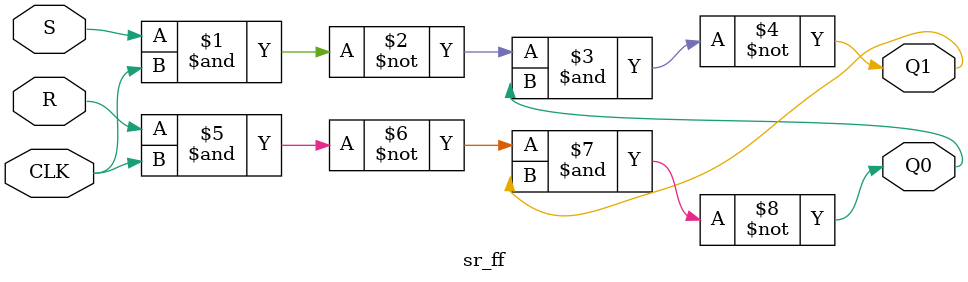
<source format=v>
`timescale 1ns / 1ps


module sr_ff(
    input S,
    input R,
    output Q0,
    output Q1,
    input CLK
    );
    assign Q1= ~(~(S & CLK) & Q0);
    assign Q0= ~(~(R & CLK)& Q1);
endmodule

</source>
